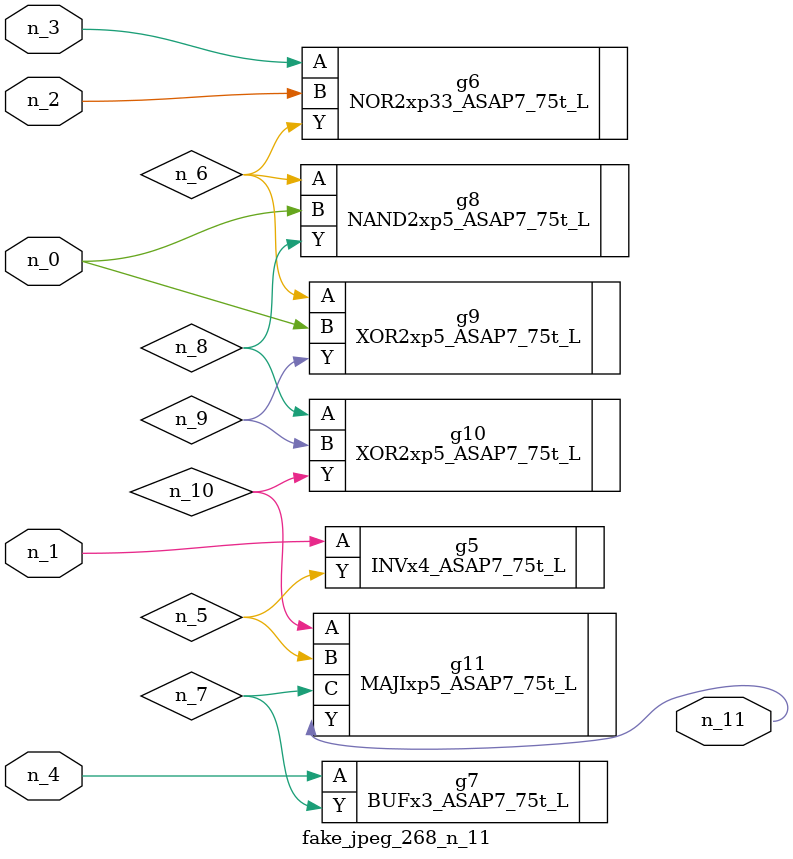
<source format=v>
module fake_jpeg_268_n_11 (n_3, n_2, n_1, n_0, n_4, n_11);

input n_3;
input n_2;
input n_1;
input n_0;
input n_4;

output n_11;

wire n_10;
wire n_8;
wire n_9;
wire n_6;
wire n_5;
wire n_7;

INVx4_ASAP7_75t_L g5 ( 
.A(n_1),
.Y(n_5)
);

NOR2xp33_ASAP7_75t_L g6 ( 
.A(n_3),
.B(n_2),
.Y(n_6)
);

BUFx3_ASAP7_75t_L g7 ( 
.A(n_4),
.Y(n_7)
);

NAND2xp5_ASAP7_75t_L g8 ( 
.A(n_6),
.B(n_0),
.Y(n_8)
);

XOR2xp5_ASAP7_75t_L g10 ( 
.A(n_8),
.B(n_9),
.Y(n_10)
);

XOR2xp5_ASAP7_75t_L g9 ( 
.A(n_6),
.B(n_0),
.Y(n_9)
);

MAJIxp5_ASAP7_75t_L g11 ( 
.A(n_10),
.B(n_5),
.C(n_7),
.Y(n_11)
);


endmodule
</source>
